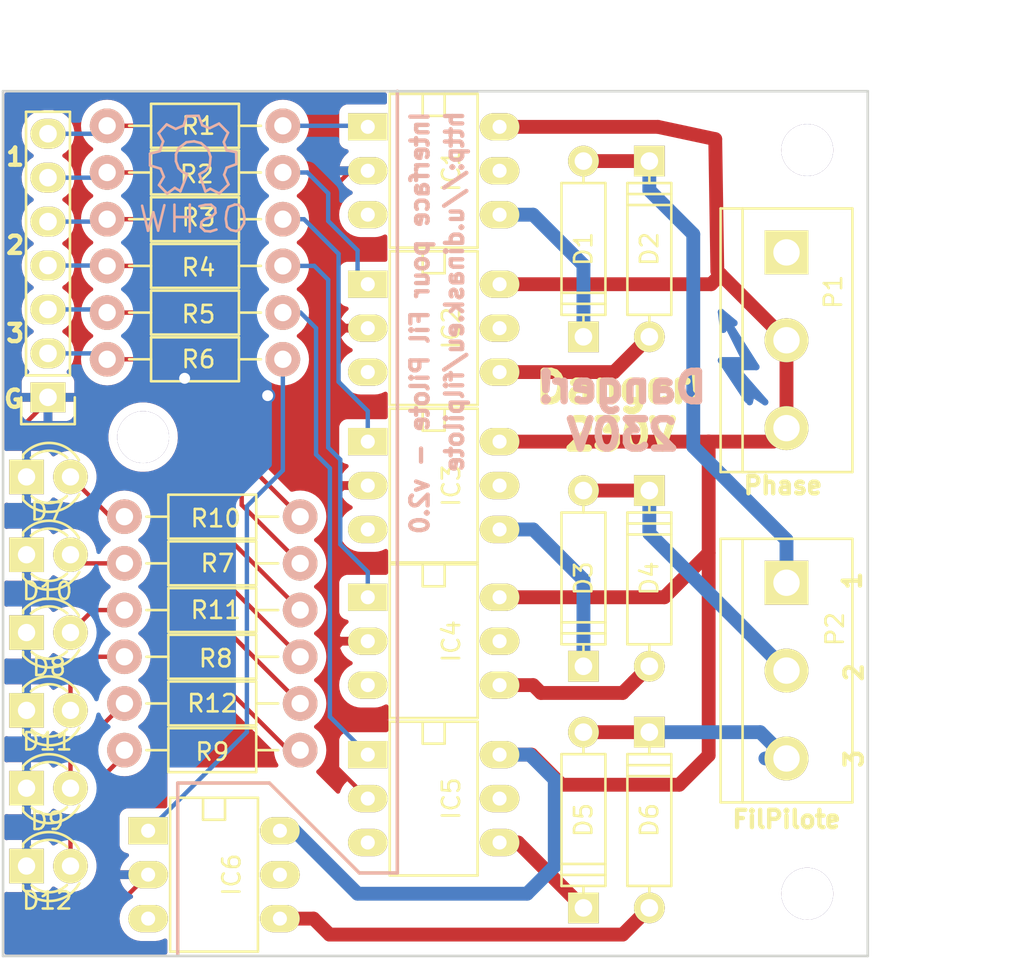
<source format=kicad_pcb>
(kicad_pcb (version 20221018) (generator pcbnew)
  (title_block (title "Interface pour fil pilote") (date "2015-10-10") (rev "v2.0"))
  (layers (0 "F.Cu" signal) (31 "B.Cu" signal) (34 "B.Paste" user) (35 "F.Paste" user) (36 "B.SilkS" user "B.Silkscreen") (37 "F.SilkS" user "F.Silkscreen") (38 "B.Mask" user) (39 "F.Mask" user) (44 "Edge.Cuts" user))
  (net 0 "")
  (net 1 "FP1")
  (net 2 "Net-(D1-Pad1)")
  (net 3 "Net-(D2-Pad2)")
  (net 4 "FP2")
  (net 5 "Net-(D3-Pad1)")
  (net 6 "Net-(D4-Pad2)")
  (net 7 "FP3")
  (net 8 "Net-(D5-Pad1)")
  (net 9 "Net-(D6-Pad2)")
  (net 10 "GND")
  (net 11 "Net-(IC1-Pad1)")
  (net 12 "Phase")
  (net 13 "Net-(IC2-Pad1)")
  (net 14 "Net-(IC3-Pad1)")
  (net 15 "Net-(IC4-Pad1)")
  (net 16 "Net-(IC5-Pad1)")
  (net 17 "Net-(IC6-Pad1)")
  (net 18 "Cmd+1")
  (net 19 "Cmd-1")
  (net 20 "Cmd+2")
  (net 21 "Cmd-2")
  (net 22 "Cmd+3")
  (net 23 "Cmd-3")
  (net 24 "Net-(D7-Pad2)")
  (net 25 "Net-(D8-Pad2)")
  (net 26 "Net-(D9-Pad2)")
  (net 27 "Net-(D10-Pad2)")
  (net 28 "Net-(D11-Pad2)")
  (net 29 "Net-(D12-Pad2)")
  (net 30 "Net-(P1-Pad1)")
  (footprint "Sockets_DIP:DIP-6__300_ELL" (layer "F.Cu") (at 52.3 37.6 -90)
    (fp_text reference "IC2" (at 0 -1.016 270) (layer "F.SilkS"))
    (fp_text value "MOC3041M")
    (pad "1" thru_hole rect (at -2.54 3.81 270) (size 1.5748 2.286) (drill 0.8128) (layers "*.Cu" "*.Mask" "F.SilkS") (net 13 "Net-(IC2-Pad1)"))
    (pad "2" thru_hole oval (at 0 3.81 270) (size 1.5748 2.286) (drill 0.8128) (layers "*.Cu" "*.Mask" "F.SilkS") (net 10 "GND"))
    (pad "3" thru_hole oval (at 2.54 3.81 270) (size 1.5748 2.286) (drill 0.8128) (layers "*.Cu" "*.Mask" "F.SilkS"))
    (pad "4" thru_hole oval (at 2.54 -3.81 270) (size 1.5748 2.286) (drill 0.8128) (layers "*.Cu" "*.Mask" "F.SilkS") (net 3 "Net-(D2-Pad2)"))
    (pad "5" thru_hole oval (at 0 -3.81 270) (size 1.5748 2.286) (drill 0.8128) (layers "*.Cu" "*.Mask" "F.SilkS"))
    (pad "6" thru_hole oval (at -2.54 -3.81 270) (size 1.5748 2.286) (drill 0.8128) (layers "*.Cu" "*.Mask" "F.SilkS") (net 12 "Phase"))
  )
  (footprint "Sockets_DIP:DIP-6__300_ELL" (layer "F.Cu") (at 52.3 46.7 -90)
    (fp_text reference "IC3" (at 0 -1.016 270) (layer "F.SilkS"))
    (fp_text value "MOC3041M")
    (pad "1" thru_hole rect (at -2.54 3.81 270) (size 1.5748 2.286) (drill 0.8128) (layers "*.Cu" "*.Mask" "F.SilkS") (net 14 "Net-(IC3-Pad1)"))
    (pad "2" thru_hole oval (at 0 3.81 270) (size 1.5748 2.286) (drill 0.8128) (layers "*.Cu" "*.Mask" "F.SilkS") (net 10 "GND"))
    (pad "3" thru_hole oval (at 2.54 3.81 270) (size 1.5748 2.286) (drill 0.8128) (layers "*.Cu" "*.Mask" "F.SilkS"))
    (pad "4" thru_hole oval (at 2.54 -3.81 270) (size 1.5748 2.286) (drill 0.8128) (layers "*.Cu" "*.Mask" "F.SilkS") (net 5 "Net-(D3-Pad1)"))
    (pad "5" thru_hole oval (at 0 -3.81 270) (size 1.5748 2.286) (drill 0.8128) (layers "*.Cu" "*.Mask" "F.SilkS"))
    (pad "6" thru_hole oval (at -2.54 -3.81 270) (size 1.5748 2.286) (drill 0.8128) (layers "*.Cu" "*.Mask" "F.SilkS") (net 12 "Phase"))
  )
  (footprint "Sockets_DIP:DIP-6__300_ELL" (layer "F.Cu") (at 52.3 55.7 -90)
    (fp_text reference "IC4" (at 0 -1.016 270) (layer "F.SilkS"))
    (fp_text value "MOC3041M")
    (pad "1" thru_hole rect (at -2.54 3.81 270) (size 1.5748 2.286) (drill 0.8128) (layers "*.Cu" "*.Mask" "F.SilkS") (net 15 "Net-(IC4-Pad1)"))
    (pad "2" thru_hole oval (at 0 3.81 270) (size 1.5748 2.286) (drill 0.8128) (layers "*.Cu" "*.Mask" "F.SilkS") (net 10 "GND"))
    (pad "3" thru_hole oval (at 2.54 3.81 270) (size 1.5748 2.286) (drill 0.8128) (layers "*.Cu" "*.Mask" "F.SilkS"))
    (pad "4" thru_hole oval (at 2.54 -3.81 270) (size 1.5748 2.286) (drill 0.8128) (layers "*.Cu" "*.Mask" "F.SilkS") (net 6 "Net-(D4-Pad2)"))
    (pad "5" thru_hole oval (at 0 -3.81 270) (size 1.5748 2.286) (drill 0.8128) (layers "*.Cu" "*.Mask" "F.SilkS"))
    (pad "6" thru_hole oval (at -2.54 -3.81 270) (size 1.5748 2.286) (drill 0.8128) (layers "*.Cu" "*.Mask" "F.SilkS") (net 12 "Phase"))
  )
  (footprint "Sockets_DIP:DIP-6__300_ELL" (layer "F.Cu") (at 52.3 64.8 -90)
    (fp_text reference "IC5" (at 0 -1.016 270) (layer "F.SilkS"))
    (fp_text value "MOC3041M")
    (pad "1" thru_hole rect (at -2.54 3.81 270) (size 1.5748 2.286) (drill 0.8128) (layers "*.Cu" "*.Mask" "F.SilkS") (net 16 "Net-(IC5-Pad1)"))
    (pad "2" thru_hole oval (at 0 3.81 270) (size 1.5748 2.286) (drill 0.8128) (layers "*.Cu" "*.Mask" "F.SilkS") (net 10 "GND"))
    (pad "3" thru_hole oval (at 2.54 3.81 270) (size 1.5748 2.286) (drill 0.8128) (layers "*.Cu" "*.Mask" "F.SilkS"))
    (pad "4" thru_hole oval (at 2.54 -3.81 270) (size 1.5748 2.286) (drill 0.8128) (layers "*.Cu" "*.Mask" "F.SilkS") (net 8 "Net-(D5-Pad1)"))
    (pad "5" thru_hole oval (at 0 -3.81 270) (size 1.5748 2.286) (drill 0.8128) (layers "*.Cu" "*.Mask" "F.SilkS"))
    (pad "6" thru_hole oval (at -2.54 -3.81 270) (size 1.5748 2.286) (drill 0.8128) (layers "*.Cu" "*.Mask" "F.SilkS") (net 12 "Phase"))
  )
  (footprint "Sockets_DIP:DIP-6__300_ELL" (layer "F.Cu") (at 39.6 69.2 -90)
    (fp_text reference "IC6" (at 0 -1.016 270) (layer "F.SilkS"))
    (fp_text value "MOC3041M")
    (pad "1" thru_hole rect (at -2.54 3.81 270) (size 1.5748 2.286) (drill 0.8128) (layers "*.Cu" "*.Mask" "F.SilkS") (net 17 "Net-(IC6-Pad1)"))
    (pad "2" thru_hole oval (at 0 3.81 270) (size 1.5748 2.286) (drill 0.8128) (layers "*.Cu" "*.Mask" "F.SilkS") (net 10 "GND"))
    (pad "3" thru_hole oval (at 2.54 3.81 270) (size 1.5748 2.286) (drill 0.8128) (layers "*.Cu" "*.Mask" "F.SilkS"))
    (pad "4" thru_hole oval (at 2.54 -3.81 270) (size 1.5748 2.286) (drill 0.8128) (layers "*.Cu" "*.Mask" "F.SilkS") (net 9 "Net-(D6-Pad2)"))
    (pad "5" thru_hole oval (at 0 -3.81 270) (size 1.5748 2.286) (drill 0.8128) (layers "*.Cu" "*.Mask" "F.SilkS"))
    (pad "6" thru_hole oval (at -2.54 -3.81 270) (size 1.5748 2.286) (drill 0.8128) (layers "*.Cu" "*.Mask" "F.SilkS") (net 12 "Phase"))
  )
  (footprint "Sockets_DIP:DIP-6__300_ELL" (layer "F.Cu") (at 52.3 28.5 -90)
    (fp_text reference "IC1" (at 0 -1.016 270) (layer "F.SilkS"))
    (fp_text value "MOC3041M")
    (pad "1" thru_hole rect (at -2.54 3.81 270) (size 1.5748 2.286) (drill 0.8128) (layers "*.Cu" "*.Mask" "F.SilkS") (net 11 "Net-(IC1-Pad1)"))
    (pad "2" thru_hole oval (at 0 3.81 270) (size 1.5748 2.286) (drill 0.8128) (layers "*.Cu" "*.Mask" "F.SilkS") (net 10 "GND"))
    (pad "3" thru_hole oval (at 2.54 3.81 270) (size 1.5748 2.286) (drill 0.8128) (layers "*.Cu" "*.Mask" "F.SilkS"))
    (pad "4" thru_hole oval (at 2.54 -3.81 270) (size 1.5748 2.286) (drill 0.8128) (layers "*.Cu" "*.Mask" "F.SilkS") (net 2 "Net-(D1-Pad1)"))
    (pad "5" thru_hole oval (at 0 -3.81 270) (size 1.5748 2.286) (drill 0.8128) (layers "*.Cu" "*.Mask" "F.SilkS"))
    (pad "6" thru_hole oval (at -2.54 -3.81 270) (size 1.5748 2.286) (drill 0.8128) (layers "*.Cu" "*.Mask" "F.SilkS") (net 12 "Phase"))
  )
  (footprint "LEDs:LED-3MM" (layer "F.Cu") (at 28.76 46.2)
    (fp_text reference "D7" (at 1.2 2) (layer "F.SilkS"))
    (fp_text value "LED" hide)
    (pad "1" thru_hole rect (at 0 0 90) (size 2 2) (drill 1.00076) (layers "*.Cu" "*.Mask" "F.SilkS") (net 10 "GND"))
    (pad "2" thru_hole circle (at 2.54 0) (size 2 2) (drill 1.00076) (layers "*.Cu" "*.Mask" "F.SilkS") (net 24 "Net-(D7-Pad2)"))
  )
  (footprint "LEDs:LED-3MM" (layer "F.Cu") (at 28.76 55.2)
    (fp_text reference "D8" (at 1.3 2) (layer "F.SilkS"))
    (fp_text value "LED" hide)
    (pad "1" thru_hole rect (at 0 0 90) (size 2 2) (drill 1.00076) (layers "*.Cu" "*.Mask" "F.SilkS") (net 10 "GND"))
    (pad "2" thru_hole circle (at 2.54 0) (size 2 2) (drill 1.00076) (layers "*.Cu" "*.Mask" "F.SilkS") (net 25 "Net-(D8-Pad2)"))
  )
  (footprint "LEDs:LED-3MM" (layer "F.Cu") (at 28.76 64.2)
    (fp_text reference "D9" (at 1.2 1.9) (layer "F.SilkS"))
    (fp_text value "LED" hide)
    (pad "1" thru_hole rect (at 0 0 90) (size 2 2) (drill 1.00076) (layers "*.Cu" "*.Mask" "F.SilkS") (net 10 "GND"))
    (pad "2" thru_hole circle (at 2.54 0) (size 2 2) (drill 1.00076) (layers "*.Cu" "*.Mask" "F.SilkS") (net 26 "Net-(D9-Pad2)"))
  )
  (footprint "LEDs:LED-3MM" (layer "F.Cu") (at 28.76 50.7)
    (fp_text reference "D10" (at 1.2 2.1) (layer "F.SilkS"))
    (fp_text value "LED" hide)
    (pad "1" thru_hole rect (at 0 0 90) (size 2 2) (drill 1.00076) (layers "*.Cu" "*.Mask" "F.SilkS") (net 10 "GND"))
    (pad "2" thru_hole circle (at 2.54 0) (size 2 2) (drill 1.00076) (layers "*.Cu" "*.Mask" "F.SilkS") (net 27 "Net-(D10-Pad2)"))
  )
  (footprint "LEDs:LED-3MM" (layer "F.Cu") (at 28.76 59.7)
    (fp_text reference "D11" (at 1.2 1.8) (layer "F.SilkS"))
    (fp_text value "LED" hide)
    (pad "1" thru_hole rect (at 0 0 90) (size 2 2) (drill 1.00076) (layers "*.Cu" "*.Mask" "F.SilkS") (net 10 "GND"))
    (pad "2" thru_hole circle (at 2.54 0) (size 2 2) (drill 1.00076) (layers "*.Cu" "*.Mask" "F.SilkS") (net 28 "Net-(D11-Pad2)"))
  )
  (footprint "LEDs:LED-3MM" (layer "F.Cu") (at 28.76 68.7)
    (fp_text reference "D12" (at 1.2 2) (layer "F.SilkS"))
    (fp_text value "LED" hide)
    (pad "1" thru_hole rect (at 0 0 90) (size 2 2) (drill 1.00076) (layers "*.Cu" "*.Mask" "F.SilkS") (net 10 "GND"))
    (pad "2" thru_hole circle (at 2.54 0) (size 2 2) (drill 1.00076) (layers "*.Cu" "*.Mask" "F.SilkS") (net 29 "Net-(D12-Pad2)"))
  )
  (footprint "Connect:bornier3" (layer "F.Cu") (at 72.7 57.4 -90)
    (fp_text reference "P2" (at -2.4 -2.8 270) (layer "F.SilkS"))
    (fp_text value "CONN_01X03" hide)
    (pad "1" thru_hole rect (at -5.08 0 270) (size 2.54 2.54) (drill 1.524) (layers "*.Cu" "*.Mask" "F.SilkS") (net 1 "FP1"))
    (pad "2" thru_hole circle (at 0 0 270) (size 2.54 2.54) (drill 1.524) (layers "*.Cu" "*.Mask" "F.SilkS") (net 4 "FP2"))
    (pad "3" thru_hole circle (at 5.08 0 270) (size 2.54 2.54) (drill 1.524) (layers "*.Cu" "*.Mask" "F.SilkS") (net 7 "FP3"))
  )
  (footprint "Pin_Headers:Pin_Header_Straight_1x07" (layer "F.Cu") (at 30 41.6 180)
    (fp_text reference "P3" hide)
    (fp_text value "CONN_01X07" hide)
    (pad "1" thru_hole rect (at 0 0 180) (size 2.032 1.7272) (drill 1.016) (layers "*.Cu" "*.Mask" "F.SilkS") (net 10 "GND"))
    (pad "2" thru_hole oval (at 0 2.54 180) (size 2.032 1.7272) (drill 1.016) (layers "*.Cu" "*.Mask" "F.SilkS") (net 23 "Cmd-3"))
    (pad "3" thru_hole oval (at 0 5.08 180) (size 2.032 1.7272) (drill 1.016) (layers "*.Cu" "*.Mask" "F.SilkS") (net 22 "Cmd+3"))
    (pad "4" thru_hole oval (at 0 7.62 180) (size 2.032 1.7272) (drill 1.016) (layers "*.Cu" "*.Mask" "F.SilkS") (net 21 "Cmd-2"))
    (pad "5" thru_hole oval (at 0 10.16 180) (size 2.032 1.7272) (drill 1.016) (layers "*.Cu" "*.Mask" "F.SilkS") (net 20 "Cmd+2"))
    (pad "6" thru_hole oval (at 0 12.7 180) (size 2.032 1.7272) (drill 1.016) (layers "*.Cu" "*.Mask" "F.SilkS") (net 19 "Cmd-1"))
    (pad "7" thru_hole oval (at 0 15.24 180) (size 2.032 1.7272) (drill 1.016) (layers "*.Cu" "*.Mask" "F.SilkS") (net 18 "Cmd+1"))
  )
  (footprint "Resistors_ThroughHole:Resistor_Horizontal_RM10mm" (layer "F.Cu") (at 38.5 25.9 180)
    (fp_text reference "R1" (at -0.2 0 180) (layer "F.SilkS"))
    (fp_text value "330" hide)
    (pad "1" thru_hole circle (at -5.08 0 180) (size 1.99898 1.99898) (drill 1.00076) (layers "*.Cu" "*.SilkS" "*.Mask") (net 11 "Net-(IC1-Pad1)"))
    (pad "2" thru_hole circle (at 5.08 0 180) (size 1.99898 1.99898) (drill 1.00076) (layers "*.Cu" "*.SilkS" "*.Mask") (net 18 "Cmd+1"))
  )
  (footprint "Resistors_ThroughHole:Resistor_Horizontal_RM10mm" (layer "F.Cu") (at 38.5 28.6 180)
    (fp_text reference "R2" (at -0.1 -0.1 180) (layer "F.SilkS"))
    (fp_text value "330" hide)
    (pad "1" thru_hole circle (at -5.08 0 180) (size 1.99898 1.99898) (drill 1.00076) (layers "*.Cu" "*.SilkS" "*.Mask") (net 13 "Net-(IC2-Pad1)"))
    (pad "2" thru_hole circle (at 5.08 0 180) (size 1.99898 1.99898) (drill 1.00076) (layers "*.Cu" "*.SilkS" "*.Mask") (net 19 "Cmd-1"))
  )
  (footprint "Resistors_ThroughHole:Resistor_Horizontal_RM10mm" (layer "F.Cu") (at 38.5 31.3 180)
    (fp_text reference "R3" (at -0.2 0.1 180) (layer "F.SilkS"))
    (fp_text value "330" hide)
    (pad "1" thru_hole circle (at -5.08 0 180) (size 1.99898 1.99898) (drill 1.00076) (layers "*.Cu" "*.SilkS" "*.Mask") (net 14 "Net-(IC3-Pad1)"))
    (pad "2" thru_hole circle (at 5.08 0 180) (size 1.99898 1.99898) (drill 1.00076) (layers "*.Cu" "*.SilkS" "*.Mask") (net 20 "Cmd+2"))
  )
  (footprint "Resistors_ThroughHole:Resistor_Horizontal_RM10mm" (layer "F.Cu") (at 38.5 34 180)
    (fp_text reference "R4" (at -0.2 -0.1 180) (layer "F.SilkS"))
    (fp_text value "330" hide)
    (pad "1" thru_hole circle (at -5.08 0 180) (size 1.99898 1.99898) (drill 1.00076) (layers "*.Cu" "*.SilkS" "*.Mask") (net 15 "Net-(IC4-Pad1)"))
    (pad "2" thru_hole circle (at 5.08 0 180) (size 1.99898 1.99898) (drill 1.00076) (layers "*.Cu" "*.SilkS" "*.Mask") (net 21 "Cmd-2"))
  )
  (footprint "Resistors_ThroughHole:Resistor_Horizontal_RM10mm" (layer "F.Cu") (at 38.5 36.7 180)
    (fp_text reference "R5" (at -0.2 -0.1 180) (layer "F.SilkS"))
    (fp_text value "330" hide)
    (pad "1" thru_hole circle (at -5.08 0 180) (size 1.99898 1.99898) (drill 1.00076) (layers "*.Cu" "*.SilkS" "*.Mask") (net 16 "Net-(IC5-Pad1)"))
    (pad "2" thru_hole circle (at 5.08 0 180) (size 1.99898 1.99898) (drill 1.00076) (layers "*.Cu" "*.SilkS" "*.Mask") (net 22 "Cmd+3"))
  )
  (footprint "Resistors_ThroughHole:Resistor_Horizontal_RM10mm" (layer "F.Cu") (at 38.5 39.4 180)
    (fp_text reference "R6" (at -0.2 0 180) (layer "F.SilkS"))
    (fp_text value "330" hide)
    (pad "1" thru_hole circle (at -5.08 0 180) (size 1.99898 1.99898) (drill 1.00076) (layers "*.Cu" "*.SilkS" "*.Mask") (net 17 "Net-(IC6-Pad1)"))
    (pad "2" thru_hole circle (at 5.08 0 180) (size 1.99898 1.99898) (drill 1.00076) (layers "*.Cu" "*.SilkS" "*.Mask") (net 23 "Cmd-3"))
  )
  (footprint "Resistors_ThroughHole:Resistor_Horizontal_RM10mm" (layer "F.Cu") (at 39.5 56.6 180)
    (fp_text reference "R8" (at -0.2 -0.1 180) (layer "F.SilkS"))
    (fp_text value "330" hide)
    (pad "1" thru_hole circle (at -5.08 0 180) (size 1.99898 1.99898) (drill 1.00076) (layers "*.Cu" "*.SilkS" "*.Mask") (net 21 "Cmd-2"))
    (pad "2" thru_hole circle (at 5.08 0 180) (size 1.99898 1.99898) (drill 1.00076) (layers "*.Cu" "*.SilkS" "*.Mask") (net 28 "Net-(D11-Pad2)"))
  )
  (footprint "Resistors_ThroughHole:Resistor_Horizontal_RM10mm" (layer "F.Cu") (at 39.5 62 180)
    (fp_text reference "R9" (at 0 -0.1 180) (layer "F.SilkS"))
    (fp_text value "330" hide)
    (pad "1" thru_hole circle (at -5.08 0 180) (size 1.99898 1.99898) (drill 1.00076) (layers "*.Cu" "*.SilkS" "*.Mask") (net 23 "Cmd-3"))
    (pad "2" thru_hole circle (at 5.08 0 180) (size 1.99898 1.99898) (drill 1.00076) (layers "*.Cu" "*.SilkS" "*.Mask") (net 29 "Net-(D12-Pad2)"))
  )
  (footprint "Resistors_ThroughHole:Resistor_Horizontal_RM10mm" (layer "F.Cu") (at 39.5 53.9 180)
    (fp_text reference "R11" (at -0.2 0 180) (layer "F.SilkS"))
    (fp_text value "330" hide)
    (pad "1" thru_hole circle (at -5.08 0 180) (size 1.99898 1.99898) (drill 1.00076) (layers "*.Cu" "*.SilkS" "*.Mask") (net 20 "Cmd+2"))
    (pad "2" thru_hole circle (at 5.08 0 180) (size 1.99898 1.99898) (drill 1.00076) (layers "*.Cu" "*.SilkS" "*.Mask") (net 25 "Net-(D8-Pad2)"))
  )
  (footprint "Resistors_ThroughHole:Resistor_Horizontal_RM10mm" (layer "F.Cu") (at 39.5 59.3 180)
    (fp_text reference "R12" (at 0 0 180) (layer "F.SilkS"))
    (fp_text value "330" hide)
    (pad "1" thru_hole circle (at -5.08 0 180) (size 1.99898 1.99898) (drill 1.00076) (layers "*.Cu" "*.SilkS" "*.Mask") (net 22 "Cmd+3"))
    (pad "2" thru_hole circle (at 5.08 0 180) (size 1.99898 1.99898) (drill 1.00076) (layers "*.Cu" "*.SilkS" "*.Mask") (net 26 "Net-(D9-Pad2)"))
  )
  (footprint "Resistors_ThroughHole:Resistor_Horizontal_RM10mm" (layer "F.Cu") (at 39.5 48.5 180)
    (fp_text reference "R10" (at -0.2 -0.1 180) (layer "F.SilkS"))
    (fp_text value "330" hide)
    (pad "1" thru_hole circle (at -5.08 0 180) (size 1.99898 1.99898) (drill 1.00076) (layers "*.Cu" "*.SilkS" "*.Mask") (net 18 "Cmd+1"))
    (pad "2" thru_hole circle (at 5.08 0 180) (size 1.99898 1.99898) (drill 1.00076) (layers "*.Cu" "*.SilkS" "*.Mask") (net 24 "Net-(D7-Pad2)"))
  )
  (footprint "Resistors_ThroughHole:Resistor_Horizontal_RM10mm" (layer "F.Cu") (at 39.5 51.2 180)
    (fp_text reference "R7" (at -0.3 0 180) (layer "F.SilkS"))
    (fp_text value "330" hide)
    (pad "1" thru_hole circle (at -5.08 0 180) (size 1.99898 1.99898) (drill 1.00076) (layers "*.Cu" "*.SilkS" "*.Mask") (net 19 "Cmd-1"))
    (pad "2" thru_hole circle (at 5.08 0 180) (size 1.99898 1.99898) (drill 1.00076) (layers "*.Cu" "*.SilkS" "*.Mask") (net 27 "Net-(D10-Pad2)"))
  )
  (footprint "Mounting_Holes:MountingHole_3mm" (layer "F.Cu") (at 73.9 70.3)
    (fp_text reference "REF**" hide)
    (fp_text value "MountingHole_3mm" hide)
    (pad "" thru_hole circle (at 0 0) (size 3 3) (drill 3) (layers))
  )
  (footprint "Connect:bornier3" (layer "F.Cu") (at 72.7 38.3 -90)
    (fp_text reference "P1" (at -2.8 -2.7 270) (layer "F.SilkS"))
    (fp_text value "CONN_01X03" hide)
    (pad "1" thru_hole rect (at -5.08 0 270) (size 2.54 2.54) (drill 1.524) (layers "*.Cu" "*.Mask" "F.SilkS") (net 30 "Net-(P1-Pad1)"))
    (pad "2" thru_hole circle (at 0 0 270) (size 2.54 2.54) (drill 1.524) (layers "*.Cu" "*.Mask" "F.SilkS") (net 12 "Phase"))
    (pad "3" thru_hole circle (at 5.08 0 270) (size 2.54 2.54) (drill 1.524) (layers "*.Cu" "*.Mask" "F.SilkS") (net 12 "Phase"))
  )
  (footprint "Mounting_Holes:MountingHole_3mm" (layer "F.Cu") (at 35.5 43.9)
    (fp_text reference "REF**" hide)
    (fp_text value "MountingHole_3mm" hide)
    (pad "" thru_hole circle (at 0 0) (size 3 3) (drill 3) (layers))
  )
  (footprint "Mounting_Holes:MountingHole_3mm" (layer "F.Cu") (at 73.9 27.3)
    (fp_text reference "REF**" hide)
    (fp_text value "MountingHole_3mm" hide)
    (pad "" thru_hole circle (at 0 0) (size 3 3) (drill 3) (layers))
  )
  (footprint "Discret:D4" (layer "F.Cu") (at 60.96 33.02 -90)
    (fp_text reference "D1" (at 0 0 270) (layer "F.SilkS"))
    (fp_text value "1N4007")
    (pad "1" thru_hole rect (at 5.08 0 270) (size 1.778 1.778) (drill 1.016) (layers "*.Cu" "*.Mask" "F.SilkS") (net 2 "Net-(D1-Pad1)"))
    (pad "2" thru_hole circle (at -5.08 0 270) (size 1.778 1.778) (drill 1.016) (layers "*.Cu" "*.Mask" "F.SilkS") (net 1 "FP1"))
  )
  (footprint "Discret:D4" (layer "F.Cu") (at 64.77 33.02 90)
    (fp_text reference "D2" (at 0 0 90) (layer "F.SilkS"))
    (fp_text value "1N4007")
    (pad "1" thru_hole rect (at 5.08 0 90) (size 1.778 1.778) (drill 1.016) (layers "*.Cu" "*.Mask" "F.SilkS") (net 1 "FP1"))
    (pad "2" thru_hole circle (at -5.08 0 90) (size 1.778 1.778) (drill 1.016) (layers "*.Cu" "*.Mask" "F.SilkS") (net 3 "Net-(D2-Pad2)"))
  )
  (footprint "Discret:D4" (layer "F.Cu") (at 60.96 52.07 -90)
    (fp_text reference "D3" (at 0 0 270) (layer "F.SilkS"))
    (fp_text value "1N4007")
    (pad "1" thru_hole rect (at 5.08 0 270) (size 1.778 1.778) (drill 1.016) (layers "*.Cu" "*.Mask" "F.SilkS") (net 5 "Net-(D3-Pad1)"))
    (pad "2" thru_hole circle (at -5.08 0 270) (size 1.778 1.778) (drill 1.016) (layers "*.Cu" "*.Mask" "F.SilkS") (net 4 "FP2"))
  )
  (footprint "Discret:D4" (layer "F.Cu") (at 64.77 52.07 90)
    (fp_text reference "D4" (at 0 0 90) (layer "F.SilkS"))
    (fp_text value "1N4007")
    (pad "1" thru_hole rect (at 5.08 0 90) (size 1.778 1.778) (drill 1.016) (layers "*.Cu" "*.Mask" "F.SilkS") (net 4 "FP2"))
    (pad "2" thru_hole circle (at -5.08 0 90) (size 1.778 1.778) (drill 1.016) (layers "*.Cu" "*.Mask" "F.SilkS") (net 6 "Net-(D4-Pad2)"))
  )
  (footprint "Discret:D4" (layer "F.Cu") (at 60.96 66.04 -90)
    (fp_text reference "D5" (at 0 0 270) (layer "F.SilkS"))
    (fp_text value "1N4007")
    (pad "1" thru_hole rect (at 5.08 0 270) (size 1.778 1.778) (drill 1.016) (layers "*.Cu" "*.Mask" "F.SilkS") (net 8 "Net-(D5-Pad1)"))
    (pad "2" thru_hole circle (at -5.08 0 270) (size 1.778 1.778) (drill 1.016) (layers "*.Cu" "*.Mask" "F.SilkS") (net 7 "FP3"))
  )
  (footprint "Discret:D4" (layer "F.Cu") (at 64.77 66.04 90)
    (fp_text reference "D6" (at 0 0 90) (layer "F.SilkS"))
    (fp_text value "1N4007")
    (pad "1" thru_hole rect (at 5.08 0 90) (size 1.778 1.778) (drill 1.016) (layers "*.Cu" "*.Mask" "F.SilkS") (net 7 "FP3"))
    (pad "2" thru_hole circle (at -5.08 0 90) (size 1.778 1.778) (drill 1.016) (layers "*.Cu" "*.Mask" "F.SilkS") (net 9 "Net-(D6-Pad2)"))
  )
  (footprint "Footprint_Symbols:Symbol_OSHW-Logo_SilkScreen" (layer "B.Cu") (at 38.4 27.8 180)
    (fp_text reference "REF**" hide)
    (fp_text value "Symbol_OSHW-Logo_SilkScreen" hide)
  )
  (footprint "Footprint_Symbols:Symbol_Highvoltage_Type1_CopperTop_Small" (layer "B.Cu") (at 69.3 38.7)
    (fp_text reference "REF**" hide)
    (fp_text value "Symbol_Highvoltage_Type1_CopperTop_Small" hide)
    (fp_line (start -0.381 -2.032) (end 0.381 -1.397) (stroke (width 0.381)) (layer "B.Cu"))
    (fp_line (start -0.381 0.762) (end 1.016 0.762) (stroke (width 0.381)) (layer "B.Cu"))
    (fp_line (start -0.254 -1.016) (end -0.381 -2.032) (stroke (width 0.381)) (layer "B.Cu"))
    (fp_line (start -0.127 -1.651) (end 1.651 1.143) (stroke (width 0.381)) (layer "B.Cu"))
    (fp_line (start -0.127 -1.524) (end -0.254 -1.016) (stroke (width 0.381)) (layer "B.Cu"))
    (fp_line (start 0 0.889) (end 1.27 0.889) (stroke (width 0.381)) (layer "B.Cu"))
    (fp_line (start 0.381 -1.397) (end -0.127 -1.651) (stroke (width 0.381)) (layer "B.Cu"))
    (fp_line (start 0.381 1.143) (end 2.159 3.175) (stroke (width 0.381)) (layer "B.Cu"))
    (fp_line (start 1.016 0.762) (end -0.127 -1.524) (stroke (width 0.381)) (layer "B.Cu"))
    (fp_line (start 1.143 3.048) (end -0.381 0.762) (stroke (width 0.381)) (layer "B.Cu"))
    (fp_line (start 1.397 2.667) (end 1.27 3.175) (stroke (width 0.381)) (layer "B.Cu"))
    (fp_line (start 1.397 2.794) (end 0 0.889) (stroke (width 0.381)) (layer "B.Cu"))
    (fp_line (start 1.651 1.143) (end 0.381 1.143) (stroke (width 0.381)) (layer "B.Cu"))
    (fp_line (start 2.159 3.175) (end 1.397 2.667) (stroke (width 0.381)) (layer "B.Cu"))
  )
  (gr_line (start 37.5 63.9) (end 37.5 73.8) (stroke (width 0.2)) (layer "B.SilkS"))
  (gr_line (start 50.2 23.9) (end 50.2 69.1) (stroke (width 0.2)) (layer "B.SilkS"))
  (gr_line (start 42.8 63.9) (end 37.5 63.9) (stroke (width 0.2)) (layer "B.SilkS"))
  (gr_line (start 50.2 69.1) (end 48 69.1) (stroke (width 0.2)) (layer "B.SilkS"))
  (gr_line (start 48 69.1) (end 42.8 63.9) (stroke (width 0.2)) (layer "B.SilkS"))
  (gr_line (start 42.8 63.9) (end 37.5 63.9) (stroke (width 0.2)) (layer "F.SilkS"))
  (gr_line (start 50.2 24) (end 50.2 69.1) (stroke (width 0.2)) (layer "F.SilkS"))
  (gr_line (start 50.2 69.1) (end 48 69.1) (stroke (width 0.2)) (layer "F.SilkS"))
  (gr_line (start 37.5 63.9) (end 37.5 73.8) (stroke (width 0.2)) (layer "F.SilkS"))
  (gr_line (start 48 69.1) (end 42.8 63.9) (stroke (width 0.2)) (layer "F.SilkS"))
  (gr_line (start 77.4 23.9) (end 77.4 73.9) (stroke (width 0.15)) (layer "Edge.Cuts"))
  (gr_line (start 27.4 73.9) (end 27.4 23.9) (stroke (width 0.15)) (layer "Edge.Cuts"))
  (gr_line (start 27.4 23.9) (end 77.4 23.9) (stroke (width 0.15)) (layer "Edge.Cuts"))
  (gr_line (start 77.4 73.9) (end 27.4 73.9) (stroke (width 0.15)) (layer "Edge.Cuts"))
  (gr_text "Danger!\n230V" (at 63.2 42.4) (layer "B.SilkS") (effects (font (size 1.7 1.7) (thickness 0.425)) (justify mirror)))
  (gr_text "http://u.dinask.eu/filpilote" (at 53.5 35.5 90) (layer "B.SilkS") (effects (font (size 1 1) (thickness 0.25)) (justify mirror)))
  (gr_text "Interface pour Fil Pilote - v2.0" (at 51.5 37.3 90) (layer "B.SilkS") (effects (font (size 1 1) (thickness 0.25)) (justify mirror)))
  (gr_text "Phase" (at 72.5 46.7) (layer "F.SilkS") (effects (font (size 1 1) (thickness 0.25))))
  (gr_text "2" (at 76.6 57.5 90) (layer "F.SilkS") (effects (font (size 1 1) (thickness 0.25))))
  (gr_text "1" (at 28.1 27.7) (layer "F.SilkS") (effects (font (size 1 1) (thickness 0.25))))
  (gr_text "1" (at 76.5 52.2 90) (layer "F.SilkS") (effects (font (size 1 1) (thickness 0.25))))
  (gr_text "3" (at 28.1 37.9) (layer "F.SilkS") (effects (font (size 1 1) (thickness 0.25))))
  (gr_text "3" (at 76.6 62.5 90) (layer "F.SilkS") (effects (font (size 1 1) (thickness 0.25))))
  (gr_text "Danger!\n230V" (at 63.1 42.4) (layer "F.SilkS") (effects (font (size 1.7 1.7) (thickness 0.425))))
  (gr_text "2" (at 28.1 32.8) (layer "F.SilkS") (effects (font (size 1 1) (thickness 0.25))))
  (gr_text "FilPilote" (at 72.7 66) (layer "F.SilkS") (effects (font (size 1 1) (thickness 0.25))))
  (gr_text "G" (at 28 41.7) (layer "F.SilkS") (effects (font (size 1 1) (thickness 0.25))))
  (segment (start 60.96 27.94) (end 64.77 27.94) (width 0.8) (layer "F.Cu") (net 1))
  (segment (start 67.31 32.169) (end 67.31 44.45) (width 0.8) (layer "B.Cu") (net 1))
  (segment (start 67.31 44.45) (end 72.7 49.84) (width 0.8) (layer "B.Cu") (net 1))
  (segment (start 64.77 29.629) (end 67.31 32.169) (width 0.8) (layer "B.Cu") (net 1))
  (segment (start 72.7 49.84) (end 72.7 52.32) (width 0.8) (layer "B.Cu") (net 1))
  (segment (start 64.77 27.94) (end 64.77 29.629) (width 0.8) (layer "B.Cu") (net 1))
  (segment (start 60.96 33.947) (end 60.96 36.411) (width 0.8) (layer "B.Cu") (net 2))
  (segment (start 56.11 31.04) (end 58.053 31.04) (width 0.8) (layer "B.Cu") (net 2))
  (segment (start 60.96 36.411) (end 60.96 38.1) (width 0.8) (layer "B.Cu") (net 2))
  (segment (start 58.053 31.04) (end 60.96 33.947) (width 0.8) (layer "B.Cu") (net 2))
  (segment (start 56.11 40.14) (end 62.73 40.14) (width 0.8) (layer "F.Cu") (net 3))
  (segment (start 62.73 40.14) (end 64.77 38.1) (width 0.8) (layer "F.Cu") (net 3))
  (segment (start 60.96 46.99) (end 64.77 46.99) (width 0.8) (layer "F.Cu") (net 4))
  (segment (start 71.9 56.6) (end 72.7 57.4) (width 0.8) (layer "B.Cu") (net 4))
  (segment (start 64.77 49.47) (end 72.7 57.4) (width 0.8) (layer "B.Cu") (net 4))
  (segment (start 64.77 46.99) (end 64.77 49.47) (width 0.8) (layer "B.Cu") (net 4))
  (segment (start 56.11 49.24) (end 58.053 49.24) (width 0.8) (layer "B.Cu") (net 5))
  (segment (start 60.96 55.461) (end 60.96 57.15) (width 0.8) (layer "B.Cu") (net 5))
  (segment (start 58.053 49.24) (end 60.96 52.147) (width 0.8) (layer "B.Cu") (net 5))
  (segment (start 56.11 49.24) (end 56.4656 49.24) (width 0.8) (layer "B.Cu") (net 5))
  (segment (start 60.96 52.147) (end 60.96 55.461) (width 0.8) (layer "B.Cu") (net 5))
  (segment (start 63.226999 58.693001) (end 63.881001 58.038999) (width 0.8) (layer "F.Cu") (net 6))
  (segment (start 58.053 58.24) (end 58.506001 58.693001) (width 0.8) (layer "F.Cu") (net 6))
  (segment (start 56.11 58.24) (end 58.053 58.24) (width 0.8) (layer "F.Cu") (net 6))
  (segment (start 58.506001 58.693001) (end 63.226999 58.693001) (width 0.8) (layer "F.Cu") (net 6))
  (segment (start 63.881001 58.038999) (end 64.77 57.15) (width 0.8) (layer "F.Cu") (net 6))
  (segment (start 60.96 60.96) (end 64.77 60.96) (width 0.8) (layer "F.Cu") (net 7))
  (segment (start 71.48 62.48) (end 72.7 62.48) (width 0.8) (layer "B.Cu") (net 7))
  (segment (start 64.77 60.96) (end 71.18 60.96) (width 0.8) (layer "B.Cu") (net 7))
  (segment (start 71.18 60.96) (end 72.7 62.48) (width 0.8) (layer "B.Cu") (net 7))
  (segment (start 56.11 67.34) (end 57.18 67.34) (width 0.8) (layer "F.Cu") (net 8))
  (segment (start 57.18 67.34) (end 60.96 71.12) (width 0.8) (layer "F.Cu") (net 8))
  (segment (start 63.226999 72.663001) (end 46.276001 72.663001) (width 0.8) (layer "F.Cu") (net 9))
  (segment (start 46.276001 72.663001) (end 45.353 71.74) (width 0.8) (layer "F.Cu") (net 9))
  (segment (start 64.77 71.12) (end 63.226999 72.663001) (width 0.8) (layer "F.Cu") (net 9))
  (segment (start 45.353 71.74) (end 43.41 71.74) (width 0.8) (layer "F.Cu") (net 9))
  (segment (start 28.76 50.7) (end 28.76 55.2) (width 0.254) (layer "F.Cu") (net 10))
  (segment (start 28.76 55.2) (end 28.76 59.7) (width 0.254) (layer "F.Cu") (net 10))
  (segment (start 28.76 59.7) (end 28.76 64.2) (width 0.254) (layer "F.Cu") (net 10))
  (segment (start 28.76 64.2) (end 28.76 68.7) (width 0.254) (layer "F.Cu") (net 10))
  (segment (start 28.76 69.96) (end 29.9 71.1) (width 0.254) (layer "F.Cu") (net 10))
  (segment (start 29.9 71.1) (end 33.89 71.1) (width 0.254) (layer "F.Cu") (net 10))
  (segment (start 33.89 71.1) (end 35.79 69.2) (width 0.254) (layer "F.Cu") (net 10))
  (segment (start 28.76 50.7) (end 28.76 55.2) (width 0.254) (layer "F.Cu") (net 10))
  (segment (start 28.76 55.2) (end 28.76 64.2) (width 0.254) (layer "F.Cu") (net 10))
  (segment (start 28.76 64.2) (end 28.76 68.7) (width 0.254) (layer "F.Cu") (net 10))
  (segment (start 47.5 28.5) (end 46.6 29.4) (width 0.254) (layer "F.Cu") (net 10))
  (segment (start 46.6 29.4) (end 46.6 36.9) (width 0.254) (layer "F.Cu") (net 10))
  (segment (start 46.6 36.9) (end 47.3 37.6) (width 0.254) (layer "F.Cu") (net 10))
  (segment (start 47.3 37.6) (end 48.49 37.6) (width 0.254) (layer "F.Cu") (net 10))
  (segment (start 46.6 38.3) (end 46.6 41.5) (width 0.254) (layer "F.Cu") (net 10))
  (segment (start 46.6 46.2) (end 47.1 46.7) (width 0.254) (layer "F.Cu") (net 10))
  (segment (start 47.1 46.7) (end 48.49 46.7) (width 0.254) (layer "F.Cu") (net 10))
  (segment (start 47.1 46.8) (end 46.5 47.4) (width 0.254) (layer "F.Cu") (net 10))
  (segment (start 46.5 47.4) (end 46.5 55.2) (width 0.254) (layer "F.Cu") (net 10))
  (segment (start 46.5 55.2) (end 47 55.7) (width 0.254) (layer "F.Cu") (net 10))
  (segment (start 47 55.7) (end 48.49 55.7) (width 0.254) (layer "F.Cu") (net 10))
  (segment (start 47 55.8) (end 46.5 56.3) (width 0.254) (layer "F.Cu") (net 10))
  (segment (start 46.5 56.3) (end 46.5 62.81) (width 0.254) (layer "F.Cu") (net 10))
  (segment (start 46.5 62.81) (end 48.49 64.8) (width 0.254) (layer "F.Cu") (net 10))
  (segment (start 46.6 41.5) (end 46.5 41.5) (width 0.254) (layer "F.Cu") (net 10))
  (segment (start 46.5 41.5) (end 46.6 41.5) (width 0.254) (layer "F.Cu") (net 10))
  (segment (start 46.6 41.5) (end 46.6 46.2) (width 0.254) (layer "F.Cu") (net 10))
  (segment (start 30 41.8) (end 28.76 43.04) (width 0.254) (layer "F.Cu") (net 10))
  (segment (start 28.76 43.04) (end 28.76 46.2) (width 0.254) (layer "F.Cu") (net 10))
  (segment (start 34 41.6) (end 35.1 40.5) (width 0.254) (layer "F.Cu") (net 10))
  (segment (start 35.1 40.5) (end 37.9 40.5) (width 0.254) (layer "F.Cu") (net 10))
  (segment (start 42.7 41.5) (end 46.6 41.5) (width 0.254) (layer "F.Cu") (net 10))
  (segment (start 30 41.6) (end 29.6 41.6) (width 0.254) (layer "F.Cu") (net 10))
  (segment (start 35.79 69.2) (end 34.9 69.2) (width 0.254) (layer "F.Cu") (net 10))
  (segment (start 30 41.6) (end 30 41.8) (width 0.254) (layer "F.Cu") (net 10))
  (segment (start 47.1 46.7) (end 47.1 46.8) (width 0.254) (layer "F.Cu") (net 10))
  (segment (start 30 41.6) (end 34 41.6) (width 0.254) (layer "F.Cu") (net 10))
  (segment (start 47 55.7) (end 47 55.8) (width 0.254) (layer "F.Cu") (net 10))
  (segment (start 28.76 68.7) (end 28.76 69.96) (width 0.254) (layer "F.Cu") (net 10))
  (segment (start 28.76 50.7) (end 28.76 46.2) (width 0.254) (layer "F.Cu") (net 10))
  (segment (start 48.49 28.5) (end 47.5 28.5) (width 0.254) (layer "F.Cu") (net 10))
  (segment (start 30 41.6) (end 29.2 41.6) (width 0.254) (layer "F.Cu") (net 10))
  (segment (start 30 41.6) (end 29.3 41.6) (width 0.254) (layer "F.Cu") (net 10))
  (segment (start 47.3 37.6) (end 46.6 38.3) (width 0.254) (layer "F.Cu") (net 10))
  (via (at 42.7 41.5) (size 0.889) (drill 0.635) (layers "F.Cu" "B.Cu") (net 10))
  (via (at 37.9 40.5) (size 0.889) (drill 0.635) (layers "F.Cu" "B.Cu") (net 10))
  (segment (start 37.9 40.5) (end 38.9 41.5) (width 0.254) (layer "B.Cu") (net 10))
  (segment (start 38.9 41.5) (end 42.7 41.5) (width 0.254) (layer "B.Cu") (net 10))
  (segment (start 48.43 25.9) (end 48.49 25.96) (width 0.254) (layer "B.Cu") (net 11))
  (segment (start 43.58 25.9) (end 48.43 25.9) (width 0.254) (layer "B.Cu") (net 11))
  (segment (start 43.66 66.66) (end 43.41 66.66) (width 0.8) (layer "F.Cu") (net 12))
  (segment (start 65.26 25.96) (end 68.58 26.67) (width 0.8) (layer "F.Cu") (net 12))
  (segment (start 68.58 26.67) (end 68.7 34.3) (width 0.8) (layer "F.Cu") (net 12))
  (segment (start 68.7 34.3) (end 68.9 34.5) (width 0.8) (layer "F.Cu") (net 12))
  (segment (start 68.34 35.06) (end 68.9 34.5) (width 0.8) (layer "F.Cu") (net 12))
  (segment (start 68.9 34.5) (end 72.7 38.3) (width 0.8) (layer "F.Cu") (net 12))
  (segment (start 71.92 44.16) (end 72.7 43.38) (width 0.8) (layer "F.Cu") (net 12))
  (segment (start 65.64 53.16) (end 68.2 50.6) (width 0.8) (layer "F.Cu") (net 12))
  (segment (start 68.2 50.6) (end 68.2 44.16) (width 0.8) (layer "F.Cu") (net 12))
  (segment (start 68.2 44.16) (end 71.92 44.16) (width 0.8) (layer "F.Cu") (net 12))
  (segment (start 57.96 62.26) (end 59.7 64) (width 0.8) (layer "F.Cu") (net 12))
  (segment (start 59.7 64) (end 66.5 64) (width 0.8) (layer "F.Cu") (net 12))
  (segment (start 66.5 64) (end 68.2 62.3) (width 0.8) (layer "F.Cu") (net 12))
  (segment (start 68.2 62.3) (end 68.2 50.6) (width 0.8) (layer "F.Cu") (net 12))
  (segment (start 72.7 38.3) (end 72.7 43.38) (width 0.8) (layer "F.Cu") (net 12))
  (segment (start 56.11 62.26) (end 55.64 62.26) (width 0.8) (layer "F.Cu") (net 12))
  (segment (start 56.11 35.06) (end 68.34 35.06) (width 0.8) (layer "F.Cu") (net 12))
  (segment (start 56.11 25.96) (end 65.26 25.96) (width 0.8) (layer "F.Cu") (net 12))
  (segment (start 56.11 53.16) (end 65.64 53.16) (width 0.8) (layer "F.Cu") (net 12))
  (segment (start 56.11 62.26) (end 57.96 62.26) (width 0.8) (layer "F.Cu") (net 12))
  (segment (start 56.11 44.16) (end 68.2 44.16) (width 0.8) (layer "F.Cu") (net 12))
  (segment (start 43.96 66.66) (end 43.41 66.66) (width 0.8) (layer "B.Cu") (net 12))
  (segment (start 44.26 66.66) (end 47.9 70.3) (width 0.8) (layer "B.Cu") (net 12))
  (segment (start 47.9 70.3) (end 57.7 70.3) (width 0.8) (layer "B.Cu") (net 12))
  (segment (start 57.7 70.3) (end 59.3 68.7) (width 0.8) (layer "B.Cu") (net 12))
  (segment (start 59.3 68.7) (end 59.3 63.7) (width 0.8) (layer "B.Cu") (net 12))
  (segment (start 59.3 63.7) (end 57.86 62.26) (width 0.8) (layer "B.Cu") (net 12))
  (segment (start 57.86 62.26) (end 56.11 62.26) (width 0.8) (layer "B.Cu") (net 12))
  (segment (start 56.11 62.26) (end 55.74 62.26) (width 0.8) (layer "B.Cu") (net 12))
  (segment (start 43.41 66.66) (end 44.26 66.66) (width 0.8) (layer "B.Cu") (net 12))
  (segment (start 45 28.6) (end 46.2 29.8) (width 0.254) (layer "B.Cu") (net 13))
  (segment (start 46.2 29.8) (end 46.2 31.4) (width 0.254) (layer "B.Cu") (net 13))
  (segment (start 46.2 31.4) (end 47.9 33.1) (width 0.254) (layer "B.Cu") (net 13))
  (segment (start 47.9 33.1) (end 47.9 34.47) (width 0.254) (layer "B.Cu") (net 13))
  (segment (start 47.9 34.47) (end 48.49 35.06) (width 0.254) (layer "B.Cu") (net 13))
  (segment (start 43.58 28.6) (end 45 28.6) (width 0.254) (layer "B.Cu") (net 13))
  (segment (start 44.8 31.3) (end 46.8 33.3) (width 0.254) (layer "B.Cu") (net 14))
  (segment (start 46.8 33.3) (end 46.8 40.7) (width 0.254) (layer "B.Cu") (net 14))
  (segment (start 46.8 40.7) (end 48.49 42.39) (width 0.254) (layer "B.Cu") (net 14))
  (segment (start 48.49 42.39) (end 48.49 44.16) (width 0.254) (layer "B.Cu") (net 14))
  (segment (start 43.58 31.3) (end 44.8 31.3) (width 0.254) (layer "B.Cu") (net 14))
  (segment (start 45.4 34) (end 46.2 34.8) (width 0.254) (layer "B.Cu") (net 15))
  (segment (start 46.2 34.8) (end 46.2 44.5) (width 0.254) (layer "B.Cu") (net 15))
  (segment (start 46.2 44.5) (end 46.9 45.2) (width 0.254) (layer "B.Cu") (net 15))
  (segment (start 46.9 45.2) (end 46.9 50.1) (width 0.254) (layer "B.Cu") (net 15))
  (segment (start 46.9 50.1) (end 48.49 51.69) (width 0.254) (layer "B.Cu") (net 15))
  (segment (start 48.49 51.69) (end 48.49 53.16) (width 0.254) (layer "B.Cu") (net 15))
  (segment (start 43.58 34) (end 45.4 34) (width 0.254) (layer "B.Cu") (net 15))
  (segment (start 44.6 36.7) (end 45.5 37.6) (width 0.254) (layer "B.Cu") (net 16))
  (segment (start 45.5 37.6) (end 45.5 44.9) (width 0.254) (layer "B.Cu") (net 16))
  (segment (start 45.5 44.9) (end 46.3 45.7) (width 0.254) (layer "B.Cu") (net 16))
  (segment (start 46.3 45.7) (end 46.3 60.07) (width 0.254) (layer "B.Cu") (net 16))
  (segment (start 46.3 60.07) (end 48.49 62.26) (width 0.254) (layer "B.Cu") (net 16))
  (segment (start 43.58 36.7) (end 44.5 36.7) (width 0.254) (layer "B.Cu") (net 16))
  (segment (start 43.58 36.7) (end 44.6 36.7) (width 0.254) (layer "B.Cu") (net 16))
  (segment (start 43.58 45.82) (end 41.5 47.9) (width 0.254) (layer "B.Cu") (net 17))
  (segment (start 41.5 47.9) (end 41.5 60.95) (width 0.254) (layer "B.Cu") (net 17))
  (segment (start 41.5 60.95) (end 35.79 66.66) (width 0.254) (layer "B.Cu") (net 17))
  (segment (start 43.58 39.4) (end 43.58 45.82) (width 0.254) (layer "B.Cu") (net 17))
  (segment (start 40.8 25.9) (end 41.8 26.9) (width 0.254) (layer "F.Cu") (net 18))
  (segment (start 41.8 26.9) (end 41.8 45.72) (width 0.254) (layer "F.Cu") (net 18))
  (segment (start 41.8 45.72) (end 44.58 48.5) (width 0.254) (layer "F.Cu") (net 18))
  (segment (start 33.42 25.9) (end 40.8 25.9) (width 0.254) (layer "F.Cu") (net 18))
  (segment (start 32.96 26.36) (end 33.42 25.9) (width 0.254) (layer "B.Cu") (net 18))
  (segment (start 30 26.36) (end 32.96 26.36) (width 0.254) (layer "B.Cu") (net 18))
  (segment (start 40.1 28.6) (end 41.2 29.7) (width 0.254) (layer "F.Cu") (net 19))
  (segment (start 41.2 29.7) (end 41.2 47.82) (width 0.254) (layer "F.Cu") (net 19))
  (segment (start 41.2 47.82) (end 44.58 51.2) (width 0.254) (layer "F.Cu") (net 19))
  (segment (start 33.42 28.6) (end 40.1 28.6) (width 0.254) (layer "F.Cu") (net 19))
  (segment (start 33.12 28.9) (end 33.42 28.6) (width 0.254) (layer "B.Cu") (net 19))
  (segment (start 30 28.9) (end 33.12 28.9) (width 0.254) (layer "B.Cu") (net 19))
  (segment (start 39.4 31.3) (end 40.6 32.5) (width 0.254) (layer "F.Cu") (net 20))
  (segment (start 40.6 32.5) (end 40.6 49.92) (width 0.254) (layer "F.Cu") (net 20))
  (segment (start 40.6 49.92) (end 44.58 53.9) (width 0.254) (layer "F.Cu") (net 20))
  (segment (start 33.42 31.3) (end 39.4 31.3) (width 0.254) (layer "F.Cu") (net 20))
  (segment (start 33.28 31.44) (end 33.42 31.3) (width 0.254) (layer "B.Cu") (net 20))
  (segment (start 30 31.44) (end 33.28 31.44) (width 0.254) (layer "B.Cu") (net 20))
  (segment (start 38.6 34) (end 40 35.4) (width 0.254) (layer "F.Cu") (net 21))
  (segment (start 40 35.4) (end 40 52.02) (width 0.254) (layer "F.Cu") (net 21))
  (segment (start 40 52.02) (end 44.58 56.6) (width 0.254) (layer "F.Cu") (net 21))
  (segment (start 33.42 34) (end 38.6 34) (width 0.254) (layer "F.Cu") (net 21))
  (segment (start 33.4 33.98) (end 33.42 34) (width 0.254) (layer "B.Cu") (net 21))
  (segment (start 30 33.98) (end 33.4 33.98) (width 0.254) (layer "B.Cu") (net 21))
  (segment (start 38.5 36.7) (end 39.4 37.6) (width 0.254) (layer "F.Cu") (net 22))
  (segment (start 39.4 37.6) (end 39.4 54.12) (width 0.254) (layer "F.Cu") (net 22))
  (segment (start 39.4 54.12) (end 44.58 59.3) (width 0.254) (layer "F.Cu") (net 22))
  (segment (start 33.42 36.7) (end 38.5 36.7) (width 0.254) (layer "F.Cu") (net 22))
  (segment (start 33.24 36.52) (end 33.42 36.7) (width 0.254) (layer "B.Cu") (net 22))
  (segment (start 30 36.52) (end 33.24 36.52) (width 0.254) (layer "B.Cu") (net 22))
  (segment (start 43.9 62) (end 38.8 56.9) (width 0.254) (layer "F.Cu") (net 23))
  (segment (start 38.8 56.9) (end 38.8 40.1) (width 0.254) (layer "F.Cu") (net 23))
  (segment (start 38.8 40.1) (end 38.1 39.4) (width 0.254) (layer "F.Cu") (net 23))
  (segment (start 38.1 39.4) (end 33.42 39.4) (width 0.254) (layer "F.Cu") (net 23))
  (segment (start 44.58 62) (end 43.9 62) (width 0.254) (layer "F.Cu") (net 23))
  (segment (start 33.08 39.06) (end 33.42 39.4) (width 0.254) (layer "B.Cu") (net 23))
  (segment (start 30 39.06) (end 33.08 39.06) (width 0.254) (layer "B.Cu") (net 23))
  (segment (start 31.5 46) (end 31.3 46.2) (width 0.254) (layer "F.Cu") (net 24))
  (segment (start 33.6 48.5) (end 31.3 46.2) (width 0.254) (layer "F.Cu") (net 24))
  (segment (start 34.42 48.5) (end 33.6 48.5) (width 0.254) (layer "F.Cu") (net 24))
  (segment (start 32.6 53.9) (end 31.3 55.2) (width 0.254) (layer "F.Cu") (net 25))
  (segment (start 34.42 53.9) (end 32.6 53.9) (width 0.254) (layer "F.Cu") (net 25))
  (segment (start 34.82 54.1) (end 34 54.1) (width 0.254) (layer "F.Cu") (net 25))
  (segment (start 34.4 59.3) (end 31.3 62.4) (width 0.254) (layer "F.Cu") (net 26))
  (segment (start 31.3 62.4) (end 31.3 64.2) (width 0.254) (layer "F.Cu") (net 26))
  (segment (start 34.82 59.5) (end 34.82 59.68) (width 0.254) (layer "F.Cu") (net 26))
  (segment (start 34.42 59.3) (end 34.4 59.3) (width 0.254) (layer "F.Cu") (net 26))
  (segment (start 31.4 50.6) (end 31.3 50.7) (width 0.254) (layer "F.Cu") (net 27))
  (segment (start 31.8 51.2) (end 31.3 50.7) (width 0.254) (layer "F.Cu") (net 27))
  (segment (start 34.42 51.2) (end 31.8 51.2) (width 0.254) (layer "F.Cu") (net 27))
  (segment (start 32.6 56.6) (end 31.3 57.9) (width 0.254) (layer "F.Cu") (net 28))
  (segment (start 31.3 57.9) (end 31.3 59.7) (width 0.254) (layer "F.Cu") (net 28))
  (segment (start 34.42 56.6) (end 32.6 56.6) (width 0.254) (layer "F.Cu") (net 28))
  (segment (start 34.82 56.8) (end 34 56.8) (width 0.254) (layer "F.Cu") (net 28))
  (segment (start 34.42 62.28) (end 33 63.7) (width 0.254) (layer "F.Cu") (net 29))
  (segment (start 33 63.7) (end 33 65.5) (width 0.254) (layer "F.Cu") (net 29))
  (segment (start 33 65.5) (end 31.3 67.2) (width 0.254) (layer "F.Cu") (net 29))
  (segment (start 31.3 67.2) (end 31.3 68.7) (width 0.254) (layer "F.Cu") (net 29))
  (segment (start 34.42 62) (end 34.42 62.28) (width 0.254) (layer "F.Cu") (net 29))
  (zone (net 10) (net_name "GND") (layer "F.Cu") (connect_pads (clearance 0.508)) (min_thickness 0.254) (fill yes (thermal_gap 0.508) (thermal_bridge_width 0.508))
    (polygon (pts (xy 27.4 73.9) (xy 27.4 23.9) (xy 49.6 23.9) (xy 49.7 65.5) (xy 47.7 65.5) (xy 45.2 63) (xy 36.9 63) (xy 36.9 73.9)))
  )
  (zone (net 10) (net_name "GND") (layer "B.Cu") (connect_pads (clearance 0.508)) (min_thickness 0.254) (fill yes (thermal_gap 0.508) (thermal_bridge_width 0.508))
    (polygon (pts (xy 27.4 73.9) (xy 27.4 23.9) (xy 49.6 23.9) (xy 49.7 65.5) (xy 47.7 65.5) (xy 45.2 63) (xy 36.9 63) (xy 36.9 73.9)))
  )
)
</source>
